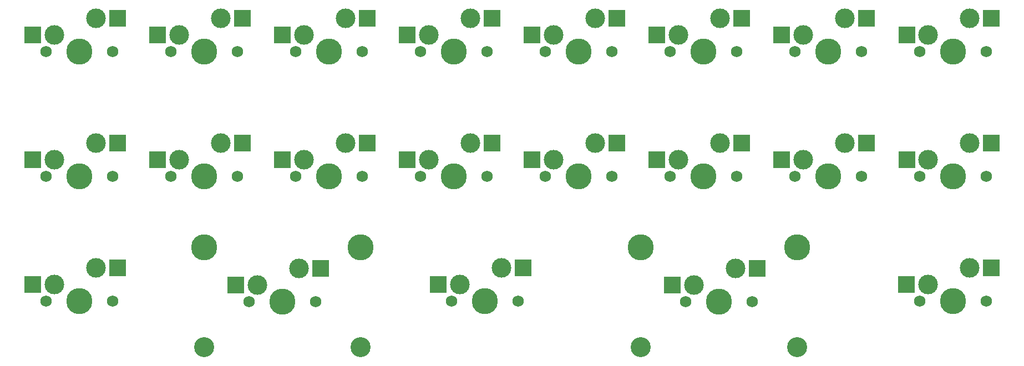
<source format=gbr>
%TF.GenerationSoftware,KiCad,Pcbnew,7.0.8-dirty*%
%TF.CreationDate,2023-11-22T20:27:44+09:00*%
%TF.ProjectId,typing-check-board,74797069-6e67-42d6-9368-65636b2d626f,rev?*%
%TF.SameCoordinates,Original*%
%TF.FileFunction,Soldermask,Bot*%
%TF.FilePolarity,Negative*%
%FSLAX46Y46*%
G04 Gerber Fmt 4.6, Leading zero omitted, Abs format (unit mm)*
G04 Created by KiCad (PCBNEW 7.0.8-dirty) date 2023-11-22 20:27:44*
%MOMM*%
%LPD*%
G01*
G04 APERTURE LIST*
%ADD10C,1.750000*%
%ADD11C,3.000000*%
%ADD12C,3.987800*%
%ADD13R,2.550000X2.500000*%
%ADD14C,3.048000*%
G04 APERTURE END LIST*
D10*
%TO.C,REF13*%
X132715000Y-106019600D03*
D11*
X133985000Y-103479600D03*
D12*
X137795000Y-106019600D03*
D11*
X140335000Y-100939600D03*
D10*
X142875000Y-106019600D03*
D13*
X130710000Y-103479600D03*
X143637000Y-100939600D03*
%TD*%
D12*
%TO.C,REFS2*%
X166319200Y-116840000D03*
D14*
X166319200Y-132080000D03*
D10*
X173177200Y-125095000D03*
D11*
X174447200Y-122555000D03*
D12*
X178257200Y-125095000D03*
D11*
X180797200Y-120015000D03*
D10*
X183337200Y-125095000D03*
D12*
X190195200Y-116840000D03*
D14*
X190195200Y-132080000D03*
D13*
X171172200Y-122555000D03*
X184099200Y-120015000D03*
%TD*%
D10*
%TO.C,REF03*%
X132715000Y-86969600D03*
D11*
X133985000Y-84429600D03*
D12*
X137795000Y-86969600D03*
D11*
X140335000Y-81889600D03*
D10*
X142875000Y-86969600D03*
D13*
X130710000Y-84429600D03*
X143637000Y-81889600D03*
%TD*%
D10*
%TO.C,REF00*%
X75565000Y-86969600D03*
D11*
X76835000Y-84429600D03*
D12*
X80645000Y-86969600D03*
D11*
X83185000Y-81889600D03*
D10*
X85725000Y-86969600D03*
D13*
X73560000Y-84429600D03*
X86487000Y-81889600D03*
%TD*%
D10*
%TO.C,REF02*%
X113665000Y-86969600D03*
D11*
X114935000Y-84429600D03*
D12*
X118745000Y-86969600D03*
D11*
X121285000Y-81889600D03*
D10*
X123825000Y-86969600D03*
D13*
X111660000Y-84429600D03*
X124587000Y-81889600D03*
%TD*%
D10*
%TO.C,REF07*%
X208940400Y-86969600D03*
D11*
X210210400Y-84429600D03*
D12*
X214020400Y-86969600D03*
D11*
X216560400Y-81889600D03*
D10*
X219100400Y-86969600D03*
D13*
X206935400Y-84429600D03*
X219862400Y-81889600D03*
%TD*%
D10*
%TO.C,REF27*%
X208915000Y-125069600D03*
D11*
X210185000Y-122529600D03*
D12*
X213995000Y-125069600D03*
D11*
X216535000Y-119989600D03*
D10*
X219075000Y-125069600D03*
D13*
X206910000Y-122529600D03*
X219837000Y-119989600D03*
%TD*%
D10*
%TO.C,REF20*%
X75539600Y-125069600D03*
D11*
X76809600Y-122529600D03*
D12*
X80619600Y-125069600D03*
D11*
X83159600Y-119989600D03*
D10*
X85699600Y-125069600D03*
D13*
X73534600Y-122529600D03*
X86461600Y-119989600D03*
%TD*%
D10*
%TO.C,REF06*%
X189865000Y-86969600D03*
D11*
X191135000Y-84429600D03*
D12*
X194945000Y-86969600D03*
D11*
X197485000Y-81889600D03*
D10*
X200025000Y-86969600D03*
D13*
X187860000Y-84429600D03*
X200787000Y-81889600D03*
%TD*%
D10*
%TO.C,REF01*%
X94615000Y-86969600D03*
D11*
X95885000Y-84429600D03*
D12*
X99695000Y-86969600D03*
D11*
X102235000Y-81889600D03*
D10*
X104775000Y-86969600D03*
D13*
X92610000Y-84429600D03*
X105537000Y-81889600D03*
%TD*%
D10*
%TO.C,REF12*%
X113665000Y-106019600D03*
D11*
X114935000Y-103479600D03*
D12*
X118745000Y-106019600D03*
D11*
X121285000Y-100939600D03*
D10*
X123825000Y-106019600D03*
D13*
X111660000Y-103479600D03*
X124587000Y-100939600D03*
%TD*%
D12*
%TO.C,REFS0*%
X99669600Y-116840000D03*
D14*
X99669600Y-132080000D03*
D10*
X106527600Y-125095000D03*
D11*
X107797600Y-122555000D03*
D12*
X111607600Y-125095000D03*
D11*
X114147600Y-120015000D03*
D10*
X116687600Y-125095000D03*
D12*
X123545600Y-116840000D03*
D14*
X123545600Y-132080000D03*
D13*
X104522600Y-122555000D03*
X117449600Y-120015000D03*
%TD*%
D10*
%TO.C,REF10*%
X75565000Y-106019600D03*
D11*
X76835000Y-103479600D03*
D12*
X80645000Y-106019600D03*
D11*
X83185000Y-100939600D03*
D10*
X85725000Y-106019600D03*
D13*
X73560000Y-103479600D03*
X86487000Y-100939600D03*
%TD*%
D10*
%TO.C,REF14*%
X151765000Y-106019600D03*
D11*
X153035000Y-103479600D03*
D12*
X156845000Y-106019600D03*
D11*
X159385000Y-100939600D03*
D10*
X161925000Y-106019600D03*
D13*
X149760000Y-103479600D03*
X162687000Y-100939600D03*
%TD*%
D10*
%TO.C,REFS1*%
X137464800Y-125069600D03*
D11*
X138734800Y-122529600D03*
D12*
X142544800Y-125069600D03*
D11*
X145084800Y-119989600D03*
D10*
X147624800Y-125069600D03*
D13*
X135459800Y-122529600D03*
X148386800Y-119989600D03*
%TD*%
D10*
%TO.C,REF11*%
X94615000Y-106019600D03*
D11*
X95885000Y-103479600D03*
D12*
X99695000Y-106019600D03*
D11*
X102235000Y-100939600D03*
D10*
X104775000Y-106019600D03*
D13*
X92610000Y-103479600D03*
X105537000Y-100939600D03*
%TD*%
D10*
%TO.C,REF04*%
X151765000Y-86969600D03*
D11*
X153035000Y-84429600D03*
D12*
X156845000Y-86969600D03*
D11*
X159385000Y-81889600D03*
D10*
X161925000Y-86969600D03*
D13*
X149760000Y-84429600D03*
X162687000Y-81889600D03*
%TD*%
D10*
%TO.C,REF17*%
X208940400Y-106019600D03*
D11*
X210210400Y-103479600D03*
D12*
X214020400Y-106019600D03*
D11*
X216560400Y-100939600D03*
D10*
X219100400Y-106019600D03*
D13*
X206935400Y-103479600D03*
X219862400Y-100939600D03*
%TD*%
D10*
%TO.C,REF05*%
X170815000Y-86969600D03*
D11*
X172085000Y-84429600D03*
D12*
X175895000Y-86969600D03*
D11*
X178435000Y-81889600D03*
D10*
X180975000Y-86969600D03*
D13*
X168810000Y-84429600D03*
X181737000Y-81889600D03*
%TD*%
D10*
%TO.C,REF15*%
X170815000Y-106019600D03*
D11*
X172085000Y-103479600D03*
D12*
X175895000Y-106019600D03*
D11*
X178435000Y-100939600D03*
D10*
X180975000Y-106019600D03*
D13*
X168810000Y-103479600D03*
X181737000Y-100939600D03*
%TD*%
D10*
%TO.C,REF16*%
X189865000Y-106019600D03*
D11*
X191135000Y-103479600D03*
D12*
X194945000Y-106019600D03*
D11*
X197485000Y-100939600D03*
D10*
X200025000Y-106019600D03*
D13*
X187860000Y-103479600D03*
X200787000Y-100939600D03*
%TD*%
M02*

</source>
